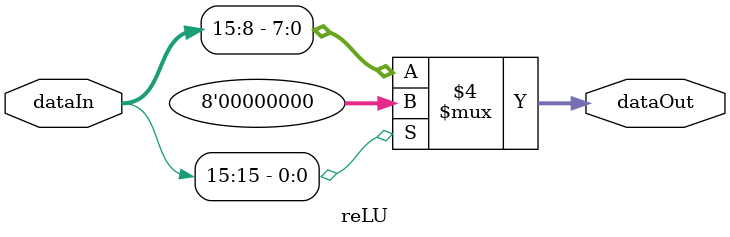
<source format=sv>
module reLU #(
    parameter sumWidth = 16, dataWidth = 8
)(
    input   logic   [sumWidth-1:0]     dataIn,
    output  logic   [dataWidth-1:0]     dataOut
);

    always_comb begin
        if (dataIn[sumWidth-1] == 0) begin
            dataOut = dataIn[sumWidth-1-:dataWidth];
        end 
        else begin
            dataOut = 0;
        end
    end
endmodule: reLU
</source>
